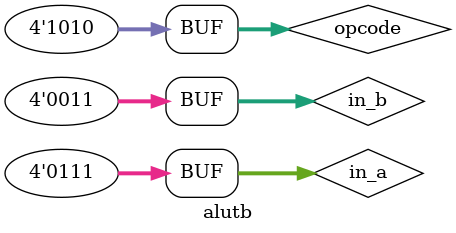
<source format=v>
`timescale 1ns / 1ps


module alutb(

    );
    reg [3:0] in_a, in_b;
    reg [3:0] opcode;
    wire [4:0] alu_out;
    wire a_in_zero;
    
    alu4bit uut(.in_a(in_a), .in_b(in_b), .opcode(opcode), .a_in_zero(a_in_zero),
                .alu_out(alu_out));
                
    initial
    begin 
    opcode=1;
    in_a=7; in_b=15;
    #100
    opcode=2;
    in_a=7; in_b=15; 
                 
    #100
    opcode=3;
    in_a = 12; in_b=15;
                 
    #100
    opcode=4;
    in_a=7; in_b=0;
    
    
    #100
    opcode = 5;
    in_a = 4'b0001; in_b = 4'b0011;
    
    #100
    opcode = 6;
    in_a = 4'b0111; in_b = 4'b0011;
    
    #100
    opcode = 7;
    in_a = 4'b0111; in_b = 4'b0011;
    
    
    #100
    opcode = 8;
    in_a = 4'b0111; in_b = 4'b0011;
    
    #100
    opcode = 9;
    in_a = 4'b0111; in_b = 4'b0011;
   
    #100
    opcode = 10;
    in_a = 4'b0111; in_b = 4'b0011;
    
    end
    
endmodule

</source>
